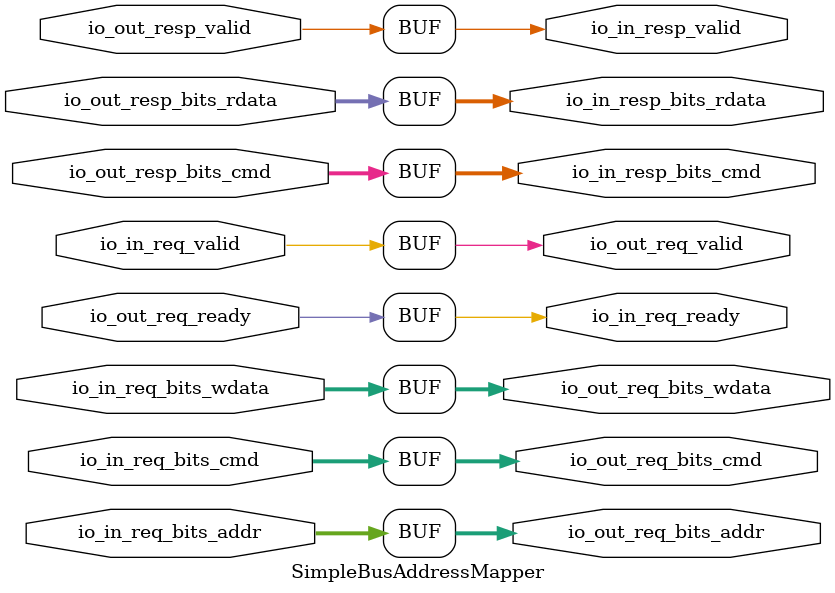
<source format=sv>
`ifndef RANDOMIZE
  `ifdef RANDOMIZE_MEM_INIT
    `define RANDOMIZE
  `endif // RANDOMIZE_MEM_INIT
`endif // not def RANDOMIZE
`ifndef RANDOMIZE
  `ifdef RANDOMIZE_REG_INIT
    `define RANDOMIZE
  `endif // RANDOMIZE_REG_INIT
`endif // not def RANDOMIZE

`ifndef RANDOM
  `define RANDOM $random
`endif // not def RANDOM

// Users can define INIT_RANDOM as general code that gets injected into the
// initializer block for modules with registers.
`ifndef INIT_RANDOM
  `define INIT_RANDOM
`endif // not def INIT_RANDOM

// If using random initialization, you can also define RANDOMIZE_DELAY to
// customize the delay used, otherwise 0.002 is used.
`ifndef RANDOMIZE_DELAY
  `define RANDOMIZE_DELAY 0.002
`endif // not def RANDOMIZE_DELAY

// Define INIT_RANDOM_PROLOG_ for use in our modules below.
`ifndef INIT_RANDOM_PROLOG_
  `ifdef RANDOMIZE
    `ifdef VERILATOR
      `define INIT_RANDOM_PROLOG_ `INIT_RANDOM
    `else  // VERILATOR
      `define INIT_RANDOM_PROLOG_ `INIT_RANDOM #`RANDOMIZE_DELAY begin end
    `endif // VERILATOR
  `else  // RANDOMIZE
    `define INIT_RANDOM_PROLOG_
  `endif // RANDOMIZE
`endif // not def INIT_RANDOM_PROLOG_

// Include register initializers in init blocks unless synthesis is set
`ifndef SYNTHESIS
  `ifndef ENABLE_INITIAL_REG_
    `define ENABLE_INITIAL_REG_
  `endif // not def ENABLE_INITIAL_REG_
`endif // not def SYNTHESIS

// Include rmemory initializers in init blocks unless synthesis is set
`ifndef SYNTHESIS
  `ifndef ENABLE_INITIAL_MEM_
    `define ENABLE_INITIAL_MEM_
  `endif // not def ENABLE_INITIAL_MEM_
`endif // not def SYNTHESIS

// Standard header to adapt well known macros for prints and assertions.

// Users can define 'PRINTF_COND' to add an extra gate to prints.
`ifndef PRINTF_COND_
  `ifdef PRINTF_COND
    `define PRINTF_COND_ (`PRINTF_COND)
  `else  // PRINTF_COND
    `define PRINTF_COND_ 1
  `endif // PRINTF_COND
`endif // not def PRINTF_COND_

// Users can define 'ASSERT_VERBOSE_COND' to add an extra gate to assert error printing.
`ifndef ASSERT_VERBOSE_COND_
  `ifdef ASSERT_VERBOSE_COND
    `define ASSERT_VERBOSE_COND_ (`ASSERT_VERBOSE_COND)
  `else  // ASSERT_VERBOSE_COND
    `define ASSERT_VERBOSE_COND_ 1
  `endif // ASSERT_VERBOSE_COND
`endif // not def ASSERT_VERBOSE_COND_

// Users can define 'STOP_COND' to add an extra gate to stop conditions.
`ifndef STOP_COND_
  `ifdef STOP_COND
    `define STOP_COND_ (`STOP_COND)
  `else  // STOP_COND
    `define STOP_COND_ 1
  `endif // STOP_COND
`endif // not def STOP_COND_

module SimpleBusAddressMapper(	// src/main/scala/bus/simplebus/AddressMapper.scala:25:7
  output        io_in_req_ready,	// src/main/scala/bus/simplebus/AddressMapper.scala:26:14
  input         io_in_req_valid,	// src/main/scala/bus/simplebus/AddressMapper.scala:26:14
  input  [31:0] io_in_req_bits_addr,	// src/main/scala/bus/simplebus/AddressMapper.scala:26:14
  input  [3:0]  io_in_req_bits_cmd,	// src/main/scala/bus/simplebus/AddressMapper.scala:26:14
  input  [63:0] io_in_req_bits_wdata,	// src/main/scala/bus/simplebus/AddressMapper.scala:26:14
  output        io_in_resp_valid,	// src/main/scala/bus/simplebus/AddressMapper.scala:26:14
  output [3:0]  io_in_resp_bits_cmd,	// src/main/scala/bus/simplebus/AddressMapper.scala:26:14
  output [63:0] io_in_resp_bits_rdata,	// src/main/scala/bus/simplebus/AddressMapper.scala:26:14
  input         io_out_req_ready,	// src/main/scala/bus/simplebus/AddressMapper.scala:26:14
  output        io_out_req_valid,	// src/main/scala/bus/simplebus/AddressMapper.scala:26:14
  output [31:0] io_out_req_bits_addr,	// src/main/scala/bus/simplebus/AddressMapper.scala:26:14
  output [3:0]  io_out_req_bits_cmd,	// src/main/scala/bus/simplebus/AddressMapper.scala:26:14
  output [63:0] io_out_req_bits_wdata,	// src/main/scala/bus/simplebus/AddressMapper.scala:26:14
  input         io_out_resp_valid,	// src/main/scala/bus/simplebus/AddressMapper.scala:26:14
  input  [3:0]  io_out_resp_bits_cmd,	// src/main/scala/bus/simplebus/AddressMapper.scala:26:14
  input  [63:0] io_out_resp_bits_rdata	// src/main/scala/bus/simplebus/AddressMapper.scala:26:14
);

  assign io_in_req_ready = io_out_req_ready;	// src/main/scala/bus/simplebus/AddressMapper.scala:25:7
  assign io_in_resp_valid = io_out_resp_valid;	// src/main/scala/bus/simplebus/AddressMapper.scala:25:7
  assign io_in_resp_bits_cmd = io_out_resp_bits_cmd;	// src/main/scala/bus/simplebus/AddressMapper.scala:25:7
  assign io_in_resp_bits_rdata = io_out_resp_bits_rdata;	// src/main/scala/bus/simplebus/AddressMapper.scala:25:7
  assign io_out_req_valid = io_in_req_valid;	// src/main/scala/bus/simplebus/AddressMapper.scala:25:7
  assign io_out_req_bits_addr = io_in_req_bits_addr;	// src/main/scala/bus/simplebus/AddressMapper.scala:25:7
  assign io_out_req_bits_cmd = io_in_req_bits_cmd;	// src/main/scala/bus/simplebus/AddressMapper.scala:25:7
  assign io_out_req_bits_wdata = io_in_req_bits_wdata;	// src/main/scala/bus/simplebus/AddressMapper.scala:25:7
endmodule


</source>
